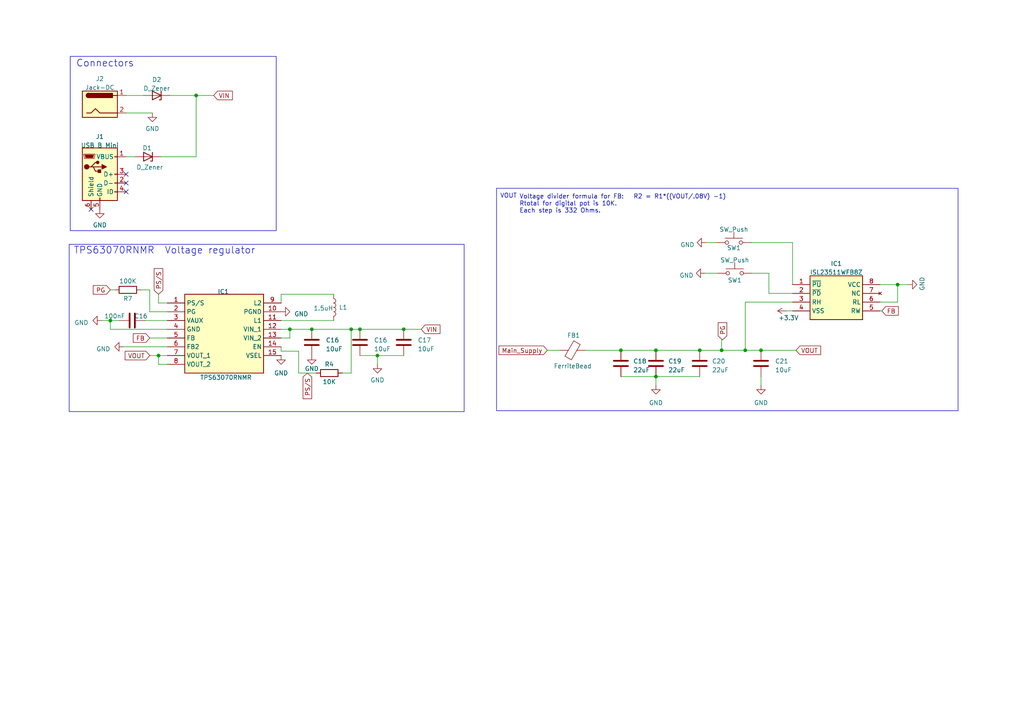
<source format=kicad_sch>
(kicad_sch (version 20230121) (generator eeschema)
  (paper "A4")
  (title_block (title "Component Supply") (date "2023-03-21") (rev "1.0"))
  (lib_symbols
    (symbol "Connector:Jack-DC" (pin_names (offset 1.016))
      (property "Reference" "J2" (at 0 7.366 0))
      (property "Value" "Jack-DC" (at 0 4.826 0))
      (symbol "Jack-DC_0_1"
        (rectangle (start -5.08 3.81) (end 5.08 -3.81) (stroke (width 0.254)) (fill (type background)))
        (arc (start -3.302 3.175) (mid -3.9343 2.54) (end -3.302 1.905) (stroke (width 0.254)))
        (arc (start -3.302 3.175) (mid -3.9343 2.54) (end -3.302 1.905) (stroke (width 0.254)) (fill (type outline)))
        (rectangle (start -3.302 3.175) (end 3.683 1.905) (stroke (width 0.254)) (fill (type outline)))
        (polyline (pts (xy 5.08 2.54) (xy 3.81 2.54)) (stroke (width 0.254)))
        (polyline (pts (xy -3.81 -2.54) (xy -2.54 -2.54) (xy -1.27 -1.27) (xy 0 -2.54) (xy 2.54 -2.54) (xy 5.08 -2.54)) (stroke (width 0.254)))
      )
      (symbol "Jack-DC_1_1"
        (pin power_out line (at 7.62 2.54 180) (length 2.54) (name "~") (number "1"))
        (pin passive line (at 7.62 -2.54 180) (length 2.54) (name "~") (number "2"))
      )
    )
    (symbol "Connector:USB_B_Mini" (pin_names (offset 1.016))
      (property "Reference" "J" (at -5.08 11.43 0))
      (property "Value" "USB_B_Mini" (at -5.08 8.89 0))
      (symbol "USB_B_Mini_0_1"
        (rectangle (start -5.08 -7.62) (end 5.08 7.62) (stroke (width 0.254)) (fill (type background)))
        (circle (center -3.81 2.159) (radius 0.635) (stroke (width 0.254)) (fill (type outline)))
        (circle (center -0.635 3.429) (radius 0.381) (stroke (width 0.254)) (fill (type outline)))
        (rectangle (start -0.127 -7.62) (end 0.127 -6.858))
        (polyline (pts (xy -1.905 2.159) (xy 0.635 2.159)) (stroke (width 0.254)))
        (polyline (pts (xy -3.175 2.159) (xy -2.54 2.159) (xy -1.27 3.429) (xy -0.635 3.429)) (stroke (width 0.254)))
        (polyline (pts (xy -2.54 2.159) (xy -1.905 2.159) (xy -1.27 0.889) (xy 0 0.889)) (stroke (width 0.254)))
        (polyline (pts (xy 0.635 2.794) (xy 0.635 1.524) (xy 1.905 2.159) (xy 0.635 2.794)) (stroke (width 0.254)) (fill (type outline)))
        (polyline (pts (xy -4.318 5.588) (xy -1.778 5.588) (xy -2.032 4.826) (xy -4.064 4.826) (xy -4.318 5.588)) (fill (type outline)))
        (polyline (pts (xy -4.699 5.842) (xy -4.699 5.588) (xy -4.445 4.826) (xy -4.445 4.572) (xy -1.651 4.572) (xy -1.651 4.826) (xy -1.397 5.588) (xy -1.397 5.842) (xy -4.699 5.842)))
        (rectangle (start 0.254 1.27) (end -0.508 0.508) (stroke (width 0.254)) (fill (type outline)))
        (rectangle (start 5.08 -5.207) (end 4.318 -4.953))
        (rectangle (start 5.08 -2.667) (end 4.318 -2.413))
        (rectangle (start 5.08 -0.127) (end 4.318 0.127))
        (rectangle (start 5.08 4.953) (end 4.318 5.207))
      )
      (symbol "USB_B_Mini_1_1"
        (pin power_out line (at 7.62 5.08 180) (length 2.54) (name "VBUS") (number "1"))
        (pin bidirectional line (at 7.62 -2.54 180) (length 2.54) (name "D-") (number "2"))
        (pin bidirectional line (at 7.62 0 180) (length 2.54) (name "D+") (number "3"))
        (pin passive line (at 7.62 -5.08 180) (length 2.54) (name "ID") (number "4"))
        (pin power_out line (at 0 -10.16 90) (length 2.54) (name "GND") (number "5"))
        (pin passive line (at -2.54 -10.16 90) (length 2.54) (name "Shield") (number "6"))
      )
    )
    (symbol "Custom_Eric:ISL23511WFB8Z"
      (property "Reference" "IC" (at 21.59 7.62 0))
      (property "Value" "ISL23511WFB8Z" (at 21.59 5.08 0))
      (symbol "ISL23511WFB8Z_1_1"
        (rectangle (start 5.08 2.54) (end 20.32 -10.16) (stroke (width 0.254)) (fill (type background)))
        (pin passive line (at 0 0 0) (length 5.08) (name "~{PU}") (number "1"))
        (pin passive line (at 0 -2.54 0) (length 5.08) (name "~{PD}") (number "2"))
        (pin passive line (at 0 -5.08 0) (length 5.08) (name "RH") (number "3"))
        (pin passive line (at 0 -7.62 0) (length 5.08) (name "VSS") (number "4"))
        (pin passive line (at 25.4 -7.62 180) (length 5.08) (name "RW") (number "5"))
        (pin passive line (at 25.4 -5.08 180) (length 5.08) (name "RL") (number "6"))
        (pin no_connect line (at 25.4 -2.54 180) (length 5.08) (name "NC") (number "7"))
        (pin passive line (at 25.4 0 180) (length 5.08) (name "VCC") (number "8"))
      )
    )
    (symbol "Device:C" (pin_numbers hide) (pin_names (offset 0.254))
      (property "Reference" "C" (at 0.635 2.54 0))
      (property "Value" "C" (at 0.635 -2.54 0))
      (symbol "C_0_1"
        (polyline (pts (xy -2.032 -0.762) (xy 2.032 -0.762)) (stroke (width 0.508)))
        (polyline (pts (xy -2.032 0.762) (xy 2.032 0.762)) (stroke (width 0.508)))
      )
      (symbol "C_1_1"
        (pin passive line (at 0 3.81 270) (length 2.794) (name "~") (number "1"))
        (pin passive line (at 0 -3.81 90) (length 2.794) (name "~") (number "2"))
      )
    )
    (symbol "Device:D_Zener" (pin_numbers hide) (pin_names (offset 1.016) hide)
      (property "Reference" "D" (at 0 2.54 0))
      (property "Value" "D_Zener" (at 0 -2.54 0))
      (symbol "D_Zener_0_1"
        (polyline (pts (xy 1.27 0) (xy -1.27 0)))
        (polyline (pts (xy -1.27 -1.27) (xy -1.27 1.27) (xy -0.762 1.27)) (stroke (width 0.254)))
        (polyline (pts (xy 1.27 -1.27) (xy 1.27 1.27) (xy -1.27 0) (xy 1.27 -1.27)) (stroke (width 0.254)))
      )
      (symbol "D_Zener_1_1"
        (pin passive line (at -3.81 0 0) (length 2.54) (name "K") (number "1"))
        (pin passive line (at 3.81 0 180) (length 2.54) (name "A") (number "2"))
      )
    )
    (symbol "Device:FerriteBead" (pin_numbers hide) (pin_names (offset 0))
      (property "Reference" "FB" (at -3.81 0.635 90))
      (property "Value" "FerriteBead" (at 3.81 0 90))
      (symbol "FerriteBead_0_1"
        (polyline (pts (xy 0 -1.27) (xy 0 -1.2192)))
        (polyline (pts (xy 0 1.27) (xy 0 1.2954)))
        (polyline (pts (xy -2.7686 0.4064) (xy -1.7018 2.2606) (xy 2.7686 -0.3048) (xy 1.6764 -2.159) (xy -2.7686 0.4064)))
      )
      (symbol "FerriteBead_1_1"
        (pin passive line (at 0 3.81 270) (length 2.54) (name "~") (number "1"))
        (pin passive line (at 0 -3.81 90) (length 2.54) (name "~") (number "2"))
      )
    )
    (symbol "Device:L" (pin_numbers hide) (pin_names (offset 1.016) hide)
      (property "Reference" "L" (at -1.27 0 90))
      (property "Value" "L" (at 1.905 0 90))
      (symbol "L_0_1"
        (arc (start 0 -2.54) (mid 0.6323 -1.905) (end 0 -1.27))
        (arc (start 0 -1.27) (mid 0.6323 -0.635) (end 0 0))
        (arc (start 0 0) (mid 0.6323 0.635) (end 0 1.27))
        (arc (start 0 1.27) (mid 0.6323 1.905) (end 0 2.54))
      )
      (symbol "L_1_1"
        (pin passive line (at 0 3.81 270) (length 1.27) (name "1") (number "1"))
        (pin passive line (at 0 -3.81 90) (length 1.27) (name "2") (number "2"))
      )
    )
    (symbol "Device:R" (pin_numbers hide) (pin_names (offset 0))
      (property "Reference" "R" (at 2.032 0 90))
      (property "Value" "R" (at 0 0 90))
      (symbol "R_0_1"
        (rectangle (start -1.016 -2.54) (end 1.016 2.54) (stroke (width 0.254)))
      )
      (symbol "R_1_1"
        (pin passive line (at 0 3.81 270) (length 1.27) (name "~") (number "1"))
        (pin passive line (at 0 -3.81 90) (length 1.27) (name "~") (number "2"))
      )
    )
    (symbol "Switch:SW_Push" (pin_numbers hide) (pin_names (offset 1.016) hide)
      (property "Reference" "SW" (at 1.27 2.54 0))
      (property "Value" "SW_Push" (at 0 -1.524 0))
      (symbol "SW_Push_0_1"
        (circle (center -2.032 0) (radius 0.508))
        (polyline (pts (xy 0 1.27) (xy 0 3.048)))
        (polyline (pts (xy 2.54 1.27) (xy -2.54 1.27)))
        (circle (center 2.032 0) (radius 0.508))
        (pin passive line (at -5.08 0 0) (length 2.54) (name "1") (number "1"))
        (pin passive line (at 5.08 0 180) (length 2.54) (name "2") (number "2"))
      )
    )
    (symbol "TPS63070RNMR:TPS63070RNMR"
      (property "Reference" "IC2" (at 16.256 3.302 0))
      (property "Value" "TPS63070RNMR" (at 17.018 -21.59 0))
      (symbol "TPS63070RNMR_1_1"
        (rectangle (start 5.08 2.54) (end 27.94 -20.32) (stroke (width 0.254)) (fill (type background)))
        (pin passive line (at 0 0 0) (length 5.08) (name "PS/S") (number "1"))
        (pin passive line (at 33.02 -2.54 180) (length 5.08) (name "PGND") (number "10"))
        (pin passive line (at 33.02 -5.08 180) (length 5.08) (name "L1") (number "11"))
        (pin passive line (at 33.02 -7.62 180) (length 5.08) (name "VIN_1") (number "12"))
        (pin passive line (at 33.02 -10.16 180) (length 5.08) (name "VIN_2") (number "13"))
        (pin passive line (at 33.02 -12.7 180) (length 5.08) (name "EN") (number "14"))
        (pin passive line (at 33.02 -15.24 180) (length 5.08) (name "VSEL") (number "15"))
        (pin passive line (at 0 -2.54 0) (length 5.08) (name "PG") (number "2"))
        (pin passive line (at 0 -5.08 0) (length 5.08) (name "VAUX") (number "3"))
        (pin passive line (at 0 -7.62 0) (length 5.08) (name "GND") (number "4"))
        (pin passive line (at 0 -10.16 0) (length 5.08) (name "FB") (number "5"))
        (pin passive line (at 0 -12.7 0) (length 5.08) (name "FB2") (number "6"))
        (pin power_out line (at 0 -15.24 0) (length 5.08) (name "VOUT_1") (number "7"))
        (pin power_in line (at 0 -17.78 0) (length 5.08) (name "VOUT_2") (number "8"))
        (pin passive line (at 33.02 0 180) (length 5.08) (name "L2") (number "9"))
      )
    )
    (symbol "power:+3.3V" (power) (pin_names (offset 0))
      (property "Value" "+3.3V" (at 0 3.556 0))
      (symbol "+3.3V_0_1"
        (polyline (pts (xy -0.762 1.27) (xy 0 2.54)))
        (polyline (pts (xy 0 0) (xy 0 2.54)))
        (polyline (pts (xy 0 2.54) (xy 0.762 1.27)))
      )
      (symbol "+3.3V_1_1"
        (pin power_in line (at 0 0 90) (length 0) hide (name "+3.3V") (number "1"))
      )
    )
    (symbol "power:GND" (power) (pin_names (offset 0))
      (property "Value" "GND" (at 0 -3.81 0))
      (symbol "GND_0_1"
        (polyline (pts (xy 0 0) (xy 0 -1.27) (xy 1.27 -1.27) (xy 0 -2.54) (xy -1.27 -1.27) (xy 0 -1.27)))
      )
      (symbol "GND_1_1"
        (pin power_in line (at 0 0 270) (length 0) hide (name "GND") (number "1"))
      )
    )
  )
  (junction (at 190.246 109.22))
  (junction (at 202.946 101.6))
  (junction (at 180.086 101.6))
  (junction (at 104.394 95.504))
  (junction (at 190.246 101.6))
  (junction (at 101.854 95.504))
  (junction (at 220.726 101.6))
  (junction (at 209.296 101.6))
  (junction (at 84.074 95.504))
  (junction (at 260.35 82.55))
  (junction (at 45.974 103.124))
  (junction (at 117.094 95.504))
  (junction (at 90.424 95.504))
  (junction (at 216.154 101.6))
  (junction (at 56.896 27.686))
  (junction (at 32.004 92.964))
  (junction (at 109.474 103.124))
  (no_connect (at 36.576 55.626))
  (no_connect (at 36.576 53.086))
  (no_connect (at 36.576 50.546))
  (no_connect (at 26.416 60.706))
  (wire (pts (xy 99.314 108.204) (xy 101.854 108.204)))
  (wire (pts (xy 109.474 103.124) (xy 117.094 103.124)))
  (wire (pts (xy 220.726 101.6) (xy 230.886 101.6)))
  (wire (pts (xy 43.434 84.074) (xy 43.434 90.424)))
  (wire (pts (xy 29.464 92.964) (xy 32.004 92.964)))
  (wire (pts (xy 101.854 95.504) (xy 104.394 95.504)))
  (wire (pts (xy 216.154 87.63) (xy 229.87 87.63)))
  (wire (pts (xy 202.946 101.6) (xy 209.296 101.6)))
  (wire (pts (xy 81.534 101.854) (xy 86.614 101.854)))
  (wire (pts (xy 86.614 101.854) (xy 86.614 108.204)))
  (wire (pts (xy 223.012 85.09) (xy 223.012 79.248)))
  (wire (pts (xy 46.736 45.466) (xy 56.896 45.466)))
  (wire (pts (xy 229.87 85.09) (xy 223.012 85.09)))
  (wire (pts (xy 81.534 85.344) (xy 96.774 85.344)))
  (wire (pts (xy 229.87 82.55) (xy 229.87 70.358)))
  (wire (pts (xy 180.086 109.22) (xy 190.246 109.22)))
  (wire (pts (xy 48.514 95.504) (xy 32.004 95.504)))
  (wire (pts (xy 43.434 90.424) (xy 48.514 90.424)))
  (wire (pts (xy 255.27 87.63) (xy 260.35 87.63)))
  (wire (pts (xy 56.896 27.686) (xy 61.976 27.686)))
  (wire (pts (xy 36.576 27.686) (xy 41.656 27.686)))
  (wire (pts (xy 220.726 109.22) (xy 220.726 111.76)))
  (wire (pts (xy 56.896 45.466) (xy 56.896 27.686)))
  (wire (pts (xy 216.154 101.6) (xy 220.726 101.6)))
  (wire (pts (xy 216.154 87.63) (xy 216.154 101.6)))
  (wire (pts (xy 228.092 90.17) (xy 229.87 90.17)))
  (wire (pts (xy 209.296 98.552) (xy 209.296 101.6)))
  (wire (pts (xy 81.534 92.964) (xy 96.774 92.964)))
  (wire (pts (xy 84.074 95.504) (xy 84.074 98.044)))
  (wire (pts (xy 255.778 90.17) (xy 255.27 90.17)))
  (wire (pts (xy 158.75 101.6) (xy 162.306 101.6)))
  (wire (pts (xy 42.164 92.964) (xy 48.514 92.964)))
  (wire (pts (xy 169.926 101.6) (xy 180.086 101.6)))
  (wire (pts (xy 229.87 70.358) (xy 217.932 70.358)))
  (wire (pts (xy 104.394 95.504) (xy 117.094 95.504)))
  (wire (pts (xy 180.086 101.6) (xy 190.246 101.6)))
  (wire (pts (xy 209.296 101.6) (xy 216.154 101.6)))
  (wire (pts (xy 40.894 84.074) (xy 43.434 84.074)))
  (wire (pts (xy 56.896 27.686) (xy 49.276 27.686)))
  (wire (pts (xy 45.974 87.884) (xy 48.514 87.884)))
  (wire (pts (xy 204.724 70.358) (xy 207.772 70.358)))
  (wire (pts (xy 204.47 79.248) (xy 208.026 79.248)))
  (wire (pts (xy 45.974 85.344) (xy 45.974 87.884)))
  (wire (pts (xy 32.004 92.964) (xy 32.004 95.504)))
  (wire (pts (xy 48.514 103.124) (xy 45.974 103.124)))
  (wire (pts (xy 35.814 100.584) (xy 48.514 100.584)))
  (wire (pts (xy 81.534 95.504) (xy 84.074 95.504)))
  (wire (pts (xy 86.614 108.204) (xy 91.694 108.204)))
  (wire (pts (xy 190.246 109.22) (xy 190.246 111.76)))
  (wire (pts (xy 260.35 82.55) (xy 263.398 82.55)))
  (wire (pts (xy 223.012 79.248) (xy 218.186 79.248)))
  (wire (pts (xy 32.004 84.074) (xy 33.274 84.074)))
  (wire (pts (xy 36.576 32.766) (xy 44.196 32.766)))
  (wire (pts (xy 117.094 95.504) (xy 122.174 95.504)))
  (wire (pts (xy 36.576 45.466) (xy 39.116 45.466)))
  (wire (pts (xy 255.27 82.55) (xy 260.35 82.55)))
  (wire (pts (xy 101.854 108.204) (xy 101.854 95.504)))
  (wire (pts (xy 109.474 103.124) (xy 109.474 105.664)))
  (wire (pts (xy 81.534 101.854) (xy 81.534 100.584)))
  (wire (pts (xy 260.35 87.63) (xy 260.35 82.55)))
  (wire (pts (xy 81.534 98.044) (xy 84.074 98.044)))
  (wire (pts (xy 43.434 98.044) (xy 48.514 98.044)))
  (wire (pts (xy 209.55 98.552) (xy 209.296 98.552)))
  (wire (pts (xy 45.974 103.124) (xy 45.974 105.664)))
  (wire (pts (xy 104.394 103.124) (xy 109.474 103.124)))
  (wire (pts (xy 190.246 101.6) (xy 202.946 101.6)))
  (wire (pts (xy 190.246 109.22) (xy 202.946 109.22)))
  (wire (pts (xy 84.074 95.504) (xy 90.424 95.504)))
  (wire (pts (xy 90.424 95.504) (xy 101.854 95.504)))
  (wire (pts (xy 81.534 85.344) (xy 81.534 87.884)))
  (wire (pts (xy 43.434 103.124) (xy 45.974 103.124)))
  (wire (pts (xy 45.974 105.664) (xy 48.514 105.664)))
  (wire (pts (xy 32.004 92.964) (xy 34.544 92.964)))
  (rectangle (start 144.018 54.61) (end 277.876 119.126))
  (rectangle (start 20.066 70.866) (end 134.62 119.38))
  (rectangle (start 20.3708 16.3576) (end 80.1116 66.9036))
  (text "TPS63070RNMR  Voltage regulator" (at 21.336 73.914 0) (effects (font (size 2 2)) (justify left bottom)))
  (text "Voltage divider formula for FB:   R2 = R1*((VOUT/.08V) -1)\nRtotal for digital pot is 10K.\nEach step is 332 Ohms." (at 150.622 61.976 0) (effects (font (size 1.27 1.27)) (justify left bottom)))
  (text "VOUT\n" (at 145.034 57.658 0) (effects (font (size 1.27 1.27)) (justify left bottom)))
  (text "Connectors" (at 22.0472 19.6596 0) (effects (font (size 2 2)) (justify left bottom)))
  (global_label "FB" (shape input) (at 255.778 90.17 0) (property "Intersheetrefs" "${INTERSHEET_REFS}" (effects hide)))
  (global_label "VOUT" (shape input) (at 230.886 101.6 0) (property "Intersheetrefs" "${INTERSHEET_REFS}" (effects hide)))
  (global_label "PG" (shape input) (at 209.55 98.552 90) (property "Intersheetrefs" "${INTERSHEET_REFS}" (effects hide)))
  (global_label "PS{slash}S" (shape input) (at 89.154 108.204 270) (property "Intersheetrefs" "${INTERSHEET_REFS}" (effects hide)))
  (global_label "VOUT" (shape input) (at 43.434 103.124 180) (property "Intersheetrefs" "${INTERSHEET_REFS}" (effects hide)))
  (global_label "PG" (shape input) (at 32.004 84.074 180) (property "Intersheetrefs" "${INTERSHEET_REFS}" (effects hide)))
  (global_label "Main_Supply" (shape input) (at 158.75 101.6 180) (property "Intersheetrefs" "${INTERSHEET_REFS}" (effects hide)))
  (global_label "FB" (shape input) (at 43.434 98.044 180) (property "Intersheetrefs" "${INTERSHEET_REFS}" (effects hide)))
  (global_label "VIN" (shape input) (at 122.174 95.504 0) (property "Intersheetrefs" "${INTERSHEET_REFS}" (effects hide)))
  (global_label "PS{slash}S" (shape input) (at 45.974 85.344 90) (property "Intersheetrefs" "${INTERSHEET_REFS}" (effects hide)))
  (global_label "VIN" (shape input) (at 61.976 27.686 0) (property "Intersheetrefs" "${INTERSHEET_REFS}" (effects hide)))
  (symbol (lib_id "Device:L") (at 96.774 89.154 0) (unit 1)
    (property "Reference" "L1" (at 98.298 89.154 0) (effects (justify left)))
    (property "Value" "1.5uH" (at 90.932 89.408 0) (effects (justify left)))
    (instances (project "power_supply" (path "" (reference "L1") (unit 1)) (path "" (reference "L2") (unit 1))))
  )
  (symbol (lib_id "Device:C") (at 202.946 105.41 0) (unit 1)
    (property "Reference" "C20" (at 206.502 104.775 0) (effects (justify left)))
    (property "Value" "22uF" (at 206.502 107.315 0) (effects (justify left)))
    (instances (project "power_supply" (path "" (reference "C20") (unit 1)) (path "" (reference "C29") (unit 1))))
  )
  (symbol (lib_id "power:GND") (at 220.726 111.76 0) (unit 1)
    (property "Reference" "#PWR023" (effects hide))
    (property "Value" "GND" (at 220.726 116.84 0))
    (instances (project "power_supply" (path "" (reference "#PWR023") (unit 1)) (path "" (reference "#PWR035") (unit 1))))
  )
  (symbol (lib_id "Switch:SW_Push") (at 213.106 79.248 0) (unit 1)
    (property "Reference" "SW1" (at 213.106 81.28 0))
    (property "Value" "SW_Push" (at 213.106 75.438 0))
    (property "Footprint" "Button_Switch_THT:SW_PUSH_6mm_H7.3mm" (effects hide))
    (instances (project "power_supply" (path "" (reference "SW1") (unit 1)) (path "" (reference "SW3") (unit 1))))
  )
  (symbol (lib_id "Device:D_Zener") (at 42.926 45.466 180) (unit 1)
    (property "Reference" "D1" (at 42.672 42.926 0))
    (property "Value" "D_Zener" (at 43.434 48.514 0))
  )
  (symbol (lib_id "power:GND") (at 28.956 60.706 0) (unit 1)
    (property "Reference" "#PWR017" (effects hide))
    (property "Value" "GND" (at 28.956 65.278 0))
    (instances (project "power_supply" (path "" (reference "#PWR017") (unit 1)) (path "" (reference "#PWR09") (unit 1))))
  )
  (symbol (lib_id "Device:C") (at 117.094 99.314 0) (unit 1)
    (property "Reference" "C17" (at 121.158 98.679 0) (effects (justify left)))
    (property "Value" "10uF" (at 121.158 101.219 0) (effects (justify left)))
    (instances (project "power_supply" (path "" (reference "C17") (unit 1)) (path "" (reference "C35") (unit 1))))
  )
  (symbol (lib_id "TPS63070RNMR:TPS63070RNMR") (at 48.514 87.884 0) (unit 1)
    (property "Reference" "IC1" (at 64.77 84.582 0))
    (property "Value" "TPS63070RNMR" (at 65.532 109.474 0))
    (property "Footprint" "Custom_eric:TPS630701RNMR" (effects hide))
    (property "Datasheet" "http://www.ti.com/lit/gpn/tps63070" (effects hide))
    (property "Mouser Part Number" "595-TPS63070RNMR" (effects hide))
    (property "Mouser Price/Stock" "https://www.mouser.co.uk/ProductDetail/Texas-Instruments/TPS63070RNMR?qs=LuYMPh7GGMS51GHntBDRnQ%3D%3D" (effects hide))
    (property "Manufacturer_Name" "Texas Instruments" (effects hide))
    (property "Manufacturer_Part_Number" "TPS63070RNMR" (effects hide))
    (instances (project "power_supply" (path "" (reference "IC1") (unit 1)) (path "" (reference "IC2") (unit 1))))
  )
  (symbol (lib_id "Device:D_Zener") (at 45.466 27.686 180) (unit 1)
    (property "Reference" "D2" (at 45.466 23.114 0))
    (property "Value" "D_Zener" (at 45.466 25.654 0))
  )
  (symbol (lib_id "power:GND") (at 29.464 92.964 270) (unit 1)
    (property "Reference" "#PWR019" (effects hide))
    (property "Value" "GND" (at 25.654 93.599 90) (effects (justify right)))
    (instances (project "power_supply" (path "" (reference "#PWR019") (unit 1)) (path "" (reference "#PWR028") (unit 1))))
  )
  (symbol (lib_id "power:+3.3V") (at 228.092 90.17 90) (unit 1)
    (property "Reference" "#PWR011" (effects hide))
    (property "Value" "+3.3V" (at 231.648 92.202 90) (effects (justify left)))
  )
  (symbol (lib_id "power:GND") (at 190.246 111.76 0) (unit 1)
    (property "Reference" "#PWR024" (effects hide))
    (property "Value" "GND" (at 190.246 116.84 0))
    (instances (project "power_supply" (path "" (reference "#PWR024") (unit 1)) (path "" (reference "#PWR031") (unit 1))))
  )
  (symbol (lib_id "power:GND") (at 109.474 105.664 0) (unit 1)
    (property "Reference" "#PWR017" (effects hide))
    (property "Value" "GND" (at 109.474 110.236 0))
    (instances (project "power_supply" (path "" (reference "#PWR017") (unit 1)) (path "" (reference "#PWR036") (unit 1))))
  )
  (symbol (lib_id "power:GND") (at 35.814 100.584 270) (unit 1)
    (property "Reference" "#PWR021" (effects hide))
    (property "Value" "GND" (at 32.004 101.219 90) (effects (justify right)))
    (instances (project "power_supply" (path "" (reference "#PWR021") (unit 1)) (path "" (reference "#PWR029") (unit 1))))
  )
  (symbol (lib_id "Device:C") (at 104.394 99.314 0) (unit 1)
    (property "Reference" "C16" (at 108.458 98.679 0) (effects (justify left)))
    (property "Value" "10uF" (at 108.458 101.219 0) (effects (justify left)))
    (instances (project "power_supply" (path "" (reference "C16") (unit 1)) (path "" (reference "C34") (unit 1))))
  )
  (symbol (lib_id "Custom_Eric:ISL23511WFB8Z") (at 229.87 82.55 0) (unit 1)
    (property "Reference" "IC1" (at 242.57 76.454 0))
    (property "Value" "ISL23511WFB8Z" (at 242.57 78.994 0))
    (property "Footprint" "SOIC127P600X175-8N" (effects hide))
    (property "Datasheet" "https://www.renesas.com/en-us/www/doc/datasheet/isl23511.pdf" (effects hide))
    (property "Height" "1.75" (effects hide))
    (property "Mouser Part Number" "968-ISL23511WFB8Z" (effects hide))
    (property "Mouser Price/Stock" "https://www.mouser.co.uk/ProductDetail/Renesas-Intersil/ISL23511WFB8Z?qs=9fLuogzTs8KmkOr0qijwpw%3D%3D" (effects hide))
    (property "Manufacturer_Name" "Renesas Electronics" (effects hide))
    (property "Manufacturer_Part_Number" "ISL23511WFB8Z" (effects hide))
  )
  (symbol (lib_id "Device:R") (at 95.504 108.204 90) (unit 1)
    (property "Reference" "R4" (at 95.504 105.664 90))
    (property "Value" "10K" (at 95.504 110.744 90))
    (instances (project "power_supply" (path "" (reference "R4") (unit 1)) (path "" (reference "R13") (unit 1))))
  )
  (symbol (lib_id "Switch:SW_Push") (at 212.852 70.358 0) (unit 1)
    (property "Reference" "SW1" (at 212.852 71.882 0))
    (property "Value" "SW_Push" (at 212.852 66.548 0))
    (property "Footprint" "Button_Switch_THT:SW_PUSH_6mm_H7.3mm" (effects hide))
    (instances (project "power_supply" (path "" (reference "SW1") (unit 1)) (path "" (reference "SW2") (unit 1))))
  )
  (symbol (lib_id "Connector:USB_B_Mini") (at 28.956 50.546 0) (unit 1)
    (property "Reference" "J1" (at 28.956 39.624 0))
    (property "Value" "USB_B_Mini" (at 28.956 42.164 0))
    (property "Footprint" "Connector_USB:USB_Micro-B_Molex_47346-0001" (effects hide))
  )
  (symbol (lib_id "power:GND") (at 204.47 79.248 270) (unit 1)
    (property "Reference" "#PWR010" (effects hide))
    (property "Value" "GND" (at 201.168 79.883 90) (effects (justify right)))
  )
  (symbol (lib_id "power:GND") (at 81.534 90.424 90) (unit 1)
    (property "Reference" "#PWR014" (effects hide))
    (property "Value" "GND" (at 85.344 91.059 90) (effects (justify right)))
    (instances (project "power_supply" (path "" (reference "#PWR014") (unit 1)) (path "" (reference "#PWR032") (unit 1))))
  )
  (symbol (lib_id "Device:C") (at 190.246 105.41 0) (unit 1)
    (property "Reference" "C19" (at 193.802 104.775 0) (effects (justify left)))
    (property "Value" "22uF" (at 193.802 107.315 0) (effects (justify left)))
    (instances (project "power_supply" (path "" (reference "C19") (unit 1)) (path "" (reference "C27") (unit 1))))
  )
  (symbol (lib_id "power:GND") (at 44.196 32.766 0) (unit 1)
    (property "Reference" "#PWR017" (effects hide))
    (property "Value" "GND" (at 44.196 37.338 0))
    (instances (project "power_supply" (path "" (reference "#PWR017") (unit 1)) (path "" (reference "#PWR012") (unit 1))))
  )
  (symbol (lib_id "power:GND") (at 263.398 82.55 90) (unit 1)
    (property "Reference" "#PWR022" (effects hide))
    (property "Value" "GND" (at 267.462 82.296 0))
    (instances (project "power_supply" (path "" (reference "#PWR022") (unit 1)) (path "" (reference "#PWR033") (unit 1))))
  )
  (symbol (lib_id "power:GND") (at 81.534 103.124 0) (unit 1)
    (property "Reference" "#PWR018" (effects hide))
    (property "Value" "GND" (at 81.534 108.204 0))
    (instances (project "power_supply" (path "" (reference "#PWR018") (unit 1)) (path "" (reference "#PWR034") (unit 1))))
  )
  (symbol (lib_id "power:GND") (at 204.724 70.358 270) (unit 1)
    (property "Reference" "#PWR08" (effects hide))
    (property "Value" "GND" (at 201.422 70.993 90) (effects (justify right)))
  )
  (symbol (lib_id "Device:R") (at 37.084 84.074 270) (unit 1)
    (property "Reference" "R7" (at 37.084 86.614 90))
    (property "Value" "100K" (at 37.084 81.534 90))
    (instances (project "power_supply" (path "" (reference "R7") (unit 1)) (path "" (reference "R10") (unit 1))))
  )
  (symbol (lib_id "power:GND") (at 90.424 103.124 0) (unit 1)
    (property "Reference" "#PWR018" (effects hide))
    (property "Value" "GND" (at 90.424 106.934 0))
    (instances (project "power_supply" (path "" (reference "#PWR018") (unit 1)) (path "" (reference "#PWR014") (unit 1))))
  )
  (symbol (lib_id "Device:C") (at 220.726 105.41 0) (unit 1)
    (property "Reference" "C21" (at 224.79 104.775 0) (effects (justify left)))
    (property "Value" "10uF" (at 224.79 107.315 0) (effects (justify left)))
    (instances (project "power_supply" (path "" (reference "C21") (unit 1)) (path "" (reference "C31") (unit 1))))
  )
  (symbol (lib_id "Device:C") (at 180.086 105.41 0) (unit 1)
    (property "Reference" "C18" (at 183.642 104.775 0) (effects (justify left)))
    (property "Value" "22uF" (at 183.642 107.315 0) (effects (justify left)))
    (instances (project "power_supply" (path "" (reference "C18") (unit 1)) (path "" (reference "C25") (unit 1))))
  )
  (symbol (lib_id "Connector:Jack-DC") (at 28.956 30.226 0) (unit 1)
    (property "Reference" "J2" (at 28.956 22.86 0))
    (property "Value" "Jack-DC" (at 28.956 25.4 0))
  )
  (symbol (lib_id "Device:C") (at 38.354 92.964 90) (unit 1)
    (property "Reference" "C16" (at 40.894 91.694 90))
    (property "Value" "100nF" (at 33.274 91.694 90))
    (instances (project "power_supply" (path "" (reference "C16") (unit 1)) (path "" (reference "C2") (unit 1))))
  )
  (symbol (lib_id "Device:C") (at 90.424 99.314 0) (unit 1)
    (property "Reference" "C16" (at 94.488 98.679 0) (effects (justify left)))
    (property "Value" "10uF" (at 94.488 101.219 0) (effects (justify left)))
    (instances (project "power_supply" (path "" (reference "C16") (unit 1)) (path "" (reference "C1") (unit 1))))
  )
  (symbol (lib_id "Device:FerriteBead") (at 166.116 101.6 90) (unit 1)
    (property "Reference" "FB1" (at 166.37 97.282 90))
    (property "Value" "FerriteBead" (at 166.116 106.172 90))
    (instances (project "power_supply" (path "" (reference "FB1") (unit 1)) (path "" (reference "FB2") (unit 1))))
  )
)
</source>
